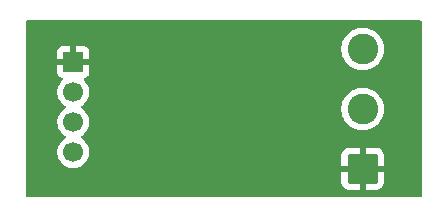
<source format=gbr>
%TF.GenerationSoftware,KiCad,Pcbnew,9.0.7*%
%TF.CreationDate,2026-01-31T03:08:44-08:00*%
%TF.ProjectId,autodir_sch,6175746f-6469-4725-9f73-63682e6b6963,A0*%
%TF.SameCoordinates,PX11a49a0PYbd83a0*%
%TF.FileFunction,Copper,L2,Bot*%
%TF.FilePolarity,Positive*%
%FSLAX46Y46*%
G04 Gerber Fmt 4.6, Leading zero omitted, Abs format (unit mm)*
G04 Created by KiCad (PCBNEW 9.0.7) date 2026-01-31 03:08:44*
%MOMM*%
%LPD*%
G01*
G04 APERTURE LIST*
G04 Aperture macros list*
%AMRoundRect*
0 Rectangle with rounded corners*
0 $1 Rounding radius*
0 $2 $3 $4 $5 $6 $7 $8 $9 X,Y pos of 4 corners*
0 Add a 4 corners polygon primitive as box body*
4,1,4,$2,$3,$4,$5,$6,$7,$8,$9,$2,$3,0*
0 Add four circle primitives for the rounded corners*
1,1,$1+$1,$2,$3*
1,1,$1+$1,$4,$5*
1,1,$1+$1,$6,$7*
1,1,$1+$1,$8,$9*
0 Add four rect primitives between the rounded corners*
20,1,$1+$1,$2,$3,$4,$5,0*
20,1,$1+$1,$4,$5,$6,$7,0*
20,1,$1+$1,$6,$7,$8,$9,0*
20,1,$1+$1,$8,$9,$2,$3,0*%
G04 Aperture macros list end*
%TA.AperFunction,ComponentPad*%
%ADD10R,1.700000X1.700000*%
%TD*%
%TA.AperFunction,ComponentPad*%
%ADD11C,1.700000*%
%TD*%
%TA.AperFunction,ComponentPad*%
%ADD12RoundRect,0.250000X1.050000X-1.050000X1.050000X1.050000X-1.050000X1.050000X-1.050000X-1.050000X0*%
%TD*%
%TA.AperFunction,ComponentPad*%
%ADD13C,2.600000*%
%TD*%
G04 APERTURE END LIST*
D10*
%TO.P,J1,1,Pin_1*%
%TO.N,GND*%
X4500000Y-4040000D03*
D11*
%TO.P,J1,2,Pin_2*%
%TO.N,/RO*%
X4500000Y-6580000D03*
%TO.P,J1,3,Pin_3*%
%TO.N,/DI*%
X4500000Y-9120000D03*
%TO.P,J1,4,Pin_4*%
%TO.N,+5V*%
X4500000Y-11660000D03*
%TD*%
D12*
%TO.P,J2,1,Pin_1*%
%TO.N,GND*%
X29000000Y-13080000D03*
D13*
%TO.P,J2,2,Pin_2*%
%TO.N,Net-(J2-Pin_2)*%
X29000000Y-8000000D03*
%TO.P,J2,3,Pin_3*%
%TO.N,Net-(J2-Pin_3)*%
X29000000Y-2920000D03*
%TD*%
%TA.AperFunction,Conductor*%
%TO.N,GND*%
G36*
X33942539Y-520185D02*
G01*
X33988294Y-572989D01*
X33999500Y-624500D01*
X33999500Y-15375500D01*
X33979815Y-15442539D01*
X33927011Y-15488294D01*
X33875500Y-15499500D01*
X624500Y-15499500D01*
X557461Y-15479815D01*
X511706Y-15427011D01*
X500500Y-15375500D01*
X500500Y-6473713D01*
X3149500Y-6473713D01*
X3149500Y-6686286D01*
X3182753Y-6896239D01*
X3248444Y-7098414D01*
X3344951Y-7287820D01*
X3469890Y-7459786D01*
X3620213Y-7610109D01*
X3792182Y-7735050D01*
X3800946Y-7739516D01*
X3851742Y-7787491D01*
X3868536Y-7855312D01*
X3845998Y-7921447D01*
X3800946Y-7960484D01*
X3792182Y-7964949D01*
X3620213Y-8089890D01*
X3469890Y-8240213D01*
X3344951Y-8412179D01*
X3248444Y-8601585D01*
X3182753Y-8803760D01*
X3149500Y-9013713D01*
X3149500Y-9226286D01*
X3170138Y-9356593D01*
X3182754Y-9436243D01*
X3241903Y-9618285D01*
X3248444Y-9638414D01*
X3344951Y-9827820D01*
X3469890Y-9999786D01*
X3620213Y-10150109D01*
X3792182Y-10275050D01*
X3800946Y-10279516D01*
X3851742Y-10327491D01*
X3868536Y-10395312D01*
X3845998Y-10461447D01*
X3800946Y-10500484D01*
X3792182Y-10504949D01*
X3620213Y-10629890D01*
X3469890Y-10780213D01*
X3344951Y-10952179D01*
X3248444Y-11141585D01*
X3182753Y-11343760D01*
X3149500Y-11553713D01*
X3149500Y-11766286D01*
X3182753Y-11976239D01*
X3248444Y-12178414D01*
X3344951Y-12367820D01*
X3469890Y-12539786D01*
X3620213Y-12690109D01*
X3792179Y-12815048D01*
X3792181Y-12815049D01*
X3792184Y-12815051D01*
X3981588Y-12911557D01*
X4183757Y-12977246D01*
X4393713Y-13010500D01*
X4393714Y-13010500D01*
X4606286Y-13010500D01*
X4606287Y-13010500D01*
X4816243Y-12977246D01*
X5018412Y-12911557D01*
X5207816Y-12815051D01*
X5266920Y-12772110D01*
X5379786Y-12690109D01*
X5379788Y-12690106D01*
X5379792Y-12690104D01*
X5530104Y-12539792D01*
X5530106Y-12539788D01*
X5530109Y-12539786D01*
X5655048Y-12367820D01*
X5655047Y-12367820D01*
X5655051Y-12367816D01*
X5751557Y-12178412D01*
X5816021Y-11980013D01*
X27200000Y-11980013D01*
X27200000Y-12830000D01*
X28399999Y-12830000D01*
X28374979Y-12890402D01*
X28350000Y-13015981D01*
X28350000Y-13144019D01*
X28374979Y-13269598D01*
X28399999Y-13330000D01*
X27200001Y-13330000D01*
X27200001Y-14179986D01*
X27210494Y-14282697D01*
X27265641Y-14449119D01*
X27265643Y-14449124D01*
X27357684Y-14598345D01*
X27481654Y-14722315D01*
X27630875Y-14814356D01*
X27630880Y-14814358D01*
X27797302Y-14869505D01*
X27797309Y-14869506D01*
X27900019Y-14879999D01*
X28749999Y-14879999D01*
X28750000Y-14879998D01*
X28750000Y-13680001D01*
X28810402Y-13705021D01*
X28935981Y-13730000D01*
X29064019Y-13730000D01*
X29189598Y-13705021D01*
X29250000Y-13680001D01*
X29250000Y-14879999D01*
X30099972Y-14879999D01*
X30099986Y-14879998D01*
X30202697Y-14869505D01*
X30369119Y-14814358D01*
X30369124Y-14814356D01*
X30518345Y-14722315D01*
X30642315Y-14598345D01*
X30734356Y-14449124D01*
X30734358Y-14449119D01*
X30789505Y-14282697D01*
X30789506Y-14282690D01*
X30799999Y-14179986D01*
X30800000Y-14179973D01*
X30800000Y-13330000D01*
X29600001Y-13330000D01*
X29625021Y-13269598D01*
X29650000Y-13144019D01*
X29650000Y-13015981D01*
X29625021Y-12890402D01*
X29600001Y-12830000D01*
X30799999Y-12830000D01*
X30799999Y-11980028D01*
X30799998Y-11980013D01*
X30789505Y-11877302D01*
X30734358Y-11710880D01*
X30734356Y-11710875D01*
X30642315Y-11561654D01*
X30518345Y-11437684D01*
X30369124Y-11345643D01*
X30369119Y-11345641D01*
X30202697Y-11290494D01*
X30202690Y-11290493D01*
X30099986Y-11280000D01*
X29250000Y-11280000D01*
X29250000Y-12479998D01*
X29189598Y-12454979D01*
X29064019Y-12430000D01*
X28935981Y-12430000D01*
X28810402Y-12454979D01*
X28750000Y-12479998D01*
X28750000Y-11280000D01*
X27900028Y-11280000D01*
X27900012Y-11280001D01*
X27797302Y-11290494D01*
X27630880Y-11345641D01*
X27630875Y-11345643D01*
X27481654Y-11437684D01*
X27357684Y-11561654D01*
X27265643Y-11710875D01*
X27265641Y-11710880D01*
X27210494Y-11877302D01*
X27210493Y-11877309D01*
X27200000Y-11980013D01*
X5816021Y-11980013D01*
X5817246Y-11976243D01*
X5850500Y-11766287D01*
X5850500Y-11553713D01*
X5817246Y-11343757D01*
X5751557Y-11141588D01*
X5655051Y-10952184D01*
X5655049Y-10952181D01*
X5655048Y-10952179D01*
X5530109Y-10780213D01*
X5379786Y-10629890D01*
X5207820Y-10504951D01*
X5207115Y-10504591D01*
X5199054Y-10500485D01*
X5148259Y-10452512D01*
X5131463Y-10384692D01*
X5153999Y-10318556D01*
X5199054Y-10279515D01*
X5207816Y-10275051D01*
X5229789Y-10259086D01*
X5379786Y-10150109D01*
X5379788Y-10150106D01*
X5379792Y-10150104D01*
X5530104Y-9999792D01*
X5530106Y-9999788D01*
X5530109Y-9999786D01*
X5655048Y-9827820D01*
X5655047Y-9827820D01*
X5655051Y-9827816D01*
X5751557Y-9638412D01*
X5817246Y-9436243D01*
X5850500Y-9226287D01*
X5850500Y-9013713D01*
X5817246Y-8803757D01*
X5751557Y-8601588D01*
X5655051Y-8412184D01*
X5655049Y-8412181D01*
X5655048Y-8412179D01*
X5530109Y-8240213D01*
X5379790Y-8089894D01*
X5379785Y-8089890D01*
X5229100Y-7980411D01*
X5229081Y-7980399D01*
X5207816Y-7964949D01*
X5193638Y-7957725D01*
X5188525Y-7954454D01*
X5169418Y-7932495D01*
X5148259Y-7912512D01*
X5146758Y-7906453D01*
X5142661Y-7901744D01*
X5139780Y-7881995D01*
X27199500Y-7881995D01*
X27199500Y-8118004D01*
X27199501Y-8118020D01*
X27230306Y-8352010D01*
X27291394Y-8579993D01*
X27381714Y-8798045D01*
X27381719Y-8798056D01*
X27452677Y-8920957D01*
X27499727Y-9002450D01*
X27499729Y-9002453D01*
X27499730Y-9002454D01*
X27643406Y-9189697D01*
X27643412Y-9189704D01*
X27810295Y-9356587D01*
X27810301Y-9356592D01*
X27997550Y-9500273D01*
X28128918Y-9576118D01*
X28201943Y-9618280D01*
X28201948Y-9618282D01*
X28201951Y-9618284D01*
X28420007Y-9708606D01*
X28647986Y-9769693D01*
X28881989Y-9800500D01*
X28881996Y-9800500D01*
X29118004Y-9800500D01*
X29118011Y-9800500D01*
X29352014Y-9769693D01*
X29579993Y-9708606D01*
X29798049Y-9618284D01*
X30002450Y-9500273D01*
X30189699Y-9356592D01*
X30356592Y-9189699D01*
X30500273Y-9002450D01*
X30618284Y-8798049D01*
X30708606Y-8579993D01*
X30769693Y-8352014D01*
X30800500Y-8118011D01*
X30800500Y-7881989D01*
X30769693Y-7647986D01*
X30708606Y-7420007D01*
X30618284Y-7201951D01*
X30618282Y-7201948D01*
X30618280Y-7201943D01*
X30558507Y-7098414D01*
X30500273Y-6997550D01*
X30422538Y-6896243D01*
X30356593Y-6810302D01*
X30356587Y-6810295D01*
X30189704Y-6643412D01*
X30189697Y-6643406D01*
X30002454Y-6499730D01*
X30002453Y-6499729D01*
X30002450Y-6499727D01*
X29920957Y-6452677D01*
X29798056Y-6381719D01*
X29798045Y-6381714D01*
X29579993Y-6291394D01*
X29352010Y-6230306D01*
X29118020Y-6199501D01*
X29118017Y-6199500D01*
X29118011Y-6199500D01*
X28881989Y-6199500D01*
X28881983Y-6199500D01*
X28881979Y-6199501D01*
X28647989Y-6230306D01*
X28420006Y-6291394D01*
X28201954Y-6381714D01*
X28201943Y-6381719D01*
X27997545Y-6499730D01*
X27810302Y-6643406D01*
X27810295Y-6643412D01*
X27643412Y-6810295D01*
X27643406Y-6810302D01*
X27499730Y-6997545D01*
X27381719Y-7201943D01*
X27381714Y-7201954D01*
X27291394Y-7420006D01*
X27230306Y-7647989D01*
X27199501Y-7881979D01*
X27199500Y-7881995D01*
X5139780Y-7881995D01*
X5138459Y-7872941D01*
X5131463Y-7844692D01*
X5133476Y-7838784D01*
X5132575Y-7832607D01*
X5144611Y-7806105D01*
X5153999Y-7778556D01*
X5159151Y-7774091D01*
X5161468Y-7768991D01*
X5175469Y-7759951D01*
X5199054Y-7739515D01*
X5207816Y-7735051D01*
X5229789Y-7719086D01*
X5379786Y-7610109D01*
X5379788Y-7610106D01*
X5379792Y-7610104D01*
X5530104Y-7459792D01*
X5530106Y-7459788D01*
X5530109Y-7459786D01*
X5655048Y-7287820D01*
X5655047Y-7287820D01*
X5655051Y-7287816D01*
X5751557Y-7098412D01*
X5817246Y-6896243D01*
X5850500Y-6686287D01*
X5850500Y-6473713D01*
X5817246Y-6263757D01*
X5751557Y-6061588D01*
X5655051Y-5872184D01*
X5655049Y-5872181D01*
X5655048Y-5872179D01*
X5530109Y-5700213D01*
X5416181Y-5586285D01*
X5382696Y-5524962D01*
X5387680Y-5455270D01*
X5429552Y-5399337D01*
X5460529Y-5382422D01*
X5592086Y-5333354D01*
X5592093Y-5333350D01*
X5707187Y-5247190D01*
X5707190Y-5247187D01*
X5793350Y-5132093D01*
X5793354Y-5132086D01*
X5843596Y-4997379D01*
X5843598Y-4997372D01*
X5849999Y-4937844D01*
X5850000Y-4937827D01*
X5850000Y-4290000D01*
X4933012Y-4290000D01*
X4965925Y-4232993D01*
X5000000Y-4105826D01*
X5000000Y-3974174D01*
X4965925Y-3847007D01*
X4933012Y-3790000D01*
X5850000Y-3790000D01*
X5850000Y-3142172D01*
X5849999Y-3142155D01*
X5843598Y-3082627D01*
X5843596Y-3082620D01*
X5793354Y-2947913D01*
X5793350Y-2947906D01*
X5736709Y-2872244D01*
X5736707Y-2872242D01*
X5707187Y-2832809D01*
X5666025Y-2801995D01*
X27199500Y-2801995D01*
X27199500Y-3038004D01*
X27199501Y-3038020D01*
X27230306Y-3272010D01*
X27291394Y-3499993D01*
X27381714Y-3718045D01*
X27381719Y-3718056D01*
X27423257Y-3790000D01*
X27499727Y-3922450D01*
X27499729Y-3922453D01*
X27499730Y-3922454D01*
X27643406Y-4109697D01*
X27643412Y-4109704D01*
X27810295Y-4276587D01*
X27810302Y-4276593D01*
X27902068Y-4347007D01*
X27997550Y-4420273D01*
X28128918Y-4496118D01*
X28201943Y-4538280D01*
X28201948Y-4538282D01*
X28201951Y-4538284D01*
X28420007Y-4628606D01*
X28647986Y-4689693D01*
X28881989Y-4720500D01*
X28881996Y-4720500D01*
X29118004Y-4720500D01*
X29118011Y-4720500D01*
X29352014Y-4689693D01*
X29579993Y-4628606D01*
X29798049Y-4538284D01*
X30002450Y-4420273D01*
X30189699Y-4276592D01*
X30356592Y-4109699D01*
X30500273Y-3922450D01*
X30618284Y-3718049D01*
X30708606Y-3499993D01*
X30769693Y-3272014D01*
X30800500Y-3038011D01*
X30800500Y-2801989D01*
X30769693Y-2567986D01*
X30708606Y-2340007D01*
X30618284Y-2121951D01*
X30618282Y-2121948D01*
X30618280Y-2121943D01*
X30576118Y-2048918D01*
X30500273Y-1917550D01*
X30356592Y-1730301D01*
X30356587Y-1730295D01*
X30189704Y-1563412D01*
X30189697Y-1563406D01*
X30002454Y-1419730D01*
X30002453Y-1419729D01*
X30002450Y-1419727D01*
X29920957Y-1372677D01*
X29798056Y-1301719D01*
X29798045Y-1301714D01*
X29579993Y-1211394D01*
X29352010Y-1150306D01*
X29118020Y-1119501D01*
X29118017Y-1119500D01*
X29118011Y-1119500D01*
X28881989Y-1119500D01*
X28881983Y-1119500D01*
X28881979Y-1119501D01*
X28647989Y-1150306D01*
X28420006Y-1211394D01*
X28201954Y-1301714D01*
X28201943Y-1301719D01*
X27997545Y-1419730D01*
X27810302Y-1563406D01*
X27810295Y-1563412D01*
X27643412Y-1730295D01*
X27643406Y-1730302D01*
X27499730Y-1917545D01*
X27381719Y-2121943D01*
X27381714Y-2121954D01*
X27291394Y-2340006D01*
X27230306Y-2567989D01*
X27199501Y-2801979D01*
X27199500Y-2801995D01*
X5666025Y-2801995D01*
X5592093Y-2746649D01*
X5592086Y-2746645D01*
X5457379Y-2696403D01*
X5457372Y-2696401D01*
X5397844Y-2690000D01*
X4750000Y-2690000D01*
X4750000Y-3606988D01*
X4692993Y-3574075D01*
X4565826Y-3540000D01*
X4434174Y-3540000D01*
X4307007Y-3574075D01*
X4250000Y-3606988D01*
X4250000Y-2690000D01*
X3602155Y-2690000D01*
X3542627Y-2696401D01*
X3542620Y-2696403D01*
X3407913Y-2746645D01*
X3407906Y-2746649D01*
X3292812Y-2832809D01*
X3292809Y-2832812D01*
X3206649Y-2947906D01*
X3206645Y-2947913D01*
X3156403Y-3082620D01*
X3156401Y-3082627D01*
X3150000Y-3142155D01*
X3150000Y-3790000D01*
X4066988Y-3790000D01*
X4034075Y-3847007D01*
X4000000Y-3974174D01*
X4000000Y-4105826D01*
X4034075Y-4232993D01*
X4066988Y-4290000D01*
X3150000Y-4290000D01*
X3150000Y-4937844D01*
X3156401Y-4997372D01*
X3156403Y-4997379D01*
X3206645Y-5132086D01*
X3206649Y-5132093D01*
X3292809Y-5247187D01*
X3292812Y-5247190D01*
X3407906Y-5333350D01*
X3407913Y-5333354D01*
X3539470Y-5382422D01*
X3595404Y-5424293D01*
X3619821Y-5489758D01*
X3604969Y-5558031D01*
X3583819Y-5586285D01*
X3469889Y-5700215D01*
X3344951Y-5872179D01*
X3248444Y-6061585D01*
X3182753Y-6263760D01*
X3149500Y-6473713D01*
X500500Y-6473713D01*
X500500Y-624500D01*
X520185Y-557461D01*
X572989Y-511706D01*
X624500Y-500500D01*
X33875500Y-500500D01*
X33942539Y-520185D01*
G37*
%TD.AperFunction*%
%TD*%
M02*

</source>
